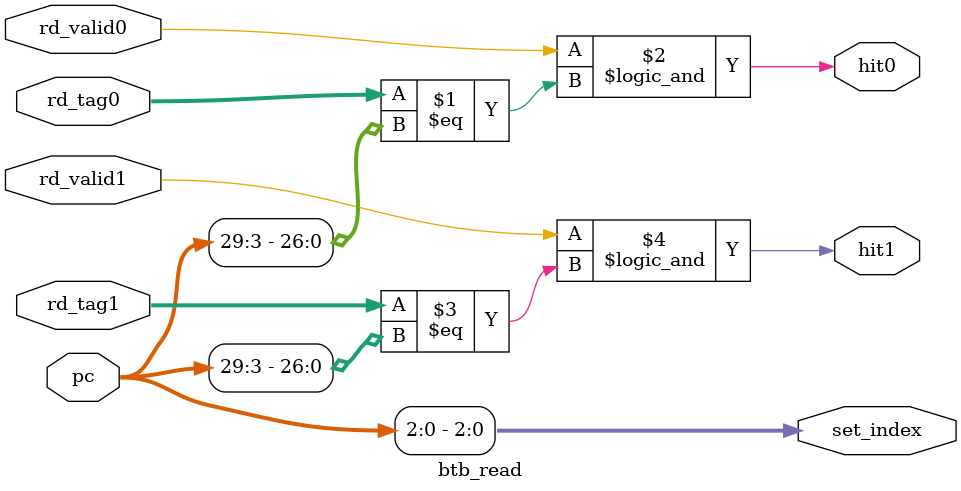
<source format=v>
/*module btb_read #(
    parameter TAGW = 27
)(
    input  wire [31:0] pc,

    // data from file
    input  wire rd_valid0,
    input  wire [TAGW-1:0] rd_tag0,
    input  wire rd_valid1,
    input  wire [TAGW-1:0] rd_tag1,

    output wire [2:0]  set_index,
    output wire [TAGW-1:0] tag,
    output wire hit0,
    output wire hit1
);
    assign set_index = pc[4:2];
    assign tag       = pc[31:5];

    assign hit0 = rd_valid0 && (rd_tag0 == tag);
    assign hit1 = rd_valid1 && (rd_tag1 == tag);
endmodule
*/
// ======================================================
// btb_read.v
// Zero-cycle BTB read / hit detect (IF stage)
// Intentionally combinational
// ======================================================

module btb_read #(
    parameter TAGW = 27
)(
    input  [29:0] pc,

    // datm BTB file
    input         rd_valid0,
    input  [TAGW-1:0] rd_tag0,
    input         rd_valid1,
    input  [TAGW-1:0] rd_tag1,

    output [2:0]  set_index,
    output        hit0,
    output        hit1
);

    // -------------------------------
    // Zero-cycle decode
    // -------------------------------
    assign set_index = pc[2:0];

    assign hit0 = rd_valid0 && (rd_tag0 == pc[29:3]);
    assign hit1 = rd_valid1 && (rd_tag1 == pc[29:3]);

endmodule

</source>
